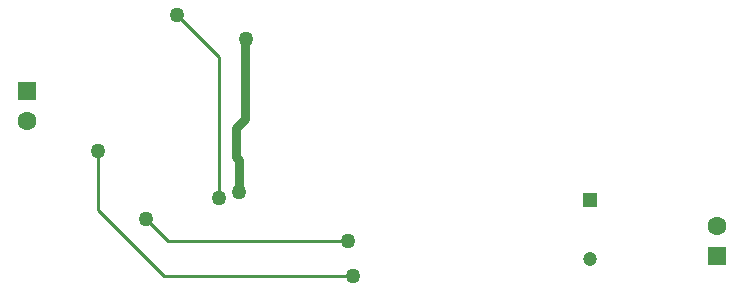
<source format=gbl>
G04*
G04 #@! TF.GenerationSoftware,Altium Limited,Altium Designer,24.0.1 (36)*
G04*
G04 Layer_Physical_Order=2*
G04 Layer_Color=16711680*
%FSLAX44Y44*%
%MOMM*%
G71*
G04*
G04 #@! TF.SameCoordinates,861917B8-4398-4D05-8FE2-F05A855006CB*
G04*
G04*
G04 #@! TF.FilePolarity,Positive*
G04*
G01*
G75*
%ADD13C,0.2540*%
%ADD42C,0.8000*%
%ADD43R,1.6000X1.6000*%
%ADD44C,1.6000*%
%ADD45R,1.2000X1.2000*%
%ADD46C,1.2000*%
%ADD47C,1.2700*%
D13*
X675640Y523240D02*
Y572770D01*
Y523240D02*
X731520Y467360D01*
X742950Y688340D02*
X778510Y652780D01*
Y533400D02*
Y652780D01*
X731520Y467360D02*
X891540D01*
X716280Y515620D02*
X735330Y496570D01*
X887730D01*
X800100Y666750D02*
X801370Y668020D01*
D42*
X795020Y538480D02*
Y564886D01*
X792480Y567426D02*
Y592560D01*
Y567426D02*
X795020Y564886D01*
X800100Y600180D02*
Y666750D01*
X792480Y592560D02*
X800100Y600180D01*
D43*
X1200150Y483870D02*
D03*
X615950Y623570D02*
D03*
D44*
X1200150Y509270D02*
D03*
X615950Y598170D02*
D03*
D45*
X1092200Y531330D02*
D03*
D46*
Y481330D02*
D03*
D47*
X675640Y572770D02*
D03*
X742950Y688340D02*
D03*
X795020Y538480D02*
D03*
X778510Y533400D02*
D03*
X891540Y467360D02*
D03*
X716280Y515620D02*
D03*
X887730Y496570D02*
D03*
X801370Y668020D02*
D03*
M02*

</source>
